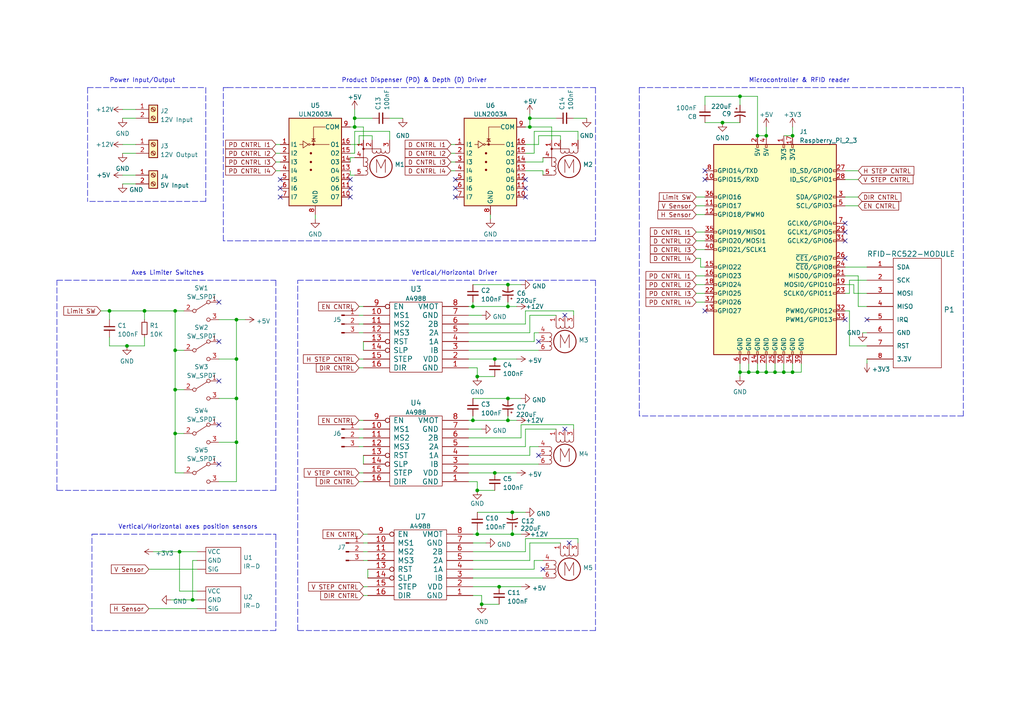
<source format=kicad_sch>
(kicad_sch (version 20211123) (generator eeschema)
  (paper "A4")
  (title_block (title "Vending Machine Control Board") (date "2023") (rev "1") (company "Team Snacks"))
  (lib_symbols
    (symbol "Connector:Conn_01x03_Male" (pin_names (offset 1.016) hide)
      (property "Reference" "J" (at 0 5.08 0))
      (property "Value" "Conn_01x03_Male" (at 0 -5.08 0))
      (symbol "Conn_01x03_Male_1_1"
        (pin passive line (at 5.08 2.54 180) (length 3.81) (name "Pin_1") (number "1"))
        (pin passive line (at 5.08 0 180) (length 3.81) (name "Pin_2") (number "2"))
        (pin passive line (at 5.08 -2.54 180) (length 3.81) (name "Pin_3") (number "3"))
      )
    )
    (symbol "Connector:Raspberry_Pi_2_3" (pin_names (offset 1.016))
      (property "Reference" "J" (at -17.78 31.75 0))
      (property "Value" "Raspberry_Pi_2_3" (at 10.16 -31.75 0))
      (symbol "Raspberry_Pi_2_3_1_1"
        (pin power_in line (at 2.54 33.02 270) (length 2.54) (name "3V3") (number "1"))
        (pin bidirectional line (at -20.32 20.32 0) (length 2.54) (name "GPIO15/RXD") (number "10"))
        (pin bidirectional line (at -20.32 12.7 0) (length 2.54) (name "GPIO17") (number "11"))
        (pin bidirectional line (at -20.32 10.16 0) (length 2.54) (name "GPIO18/PWM0") (number "12"))
        (pin bidirectional line (at -20.32 -17.78 0) (length 2.54) (name "GPIO27") (number "13"))
        (pin power_in line (at -5.08 -33.02 90) (length 2.54) (name "GND") (number "14"))
        (pin bidirectional line (at -20.32 -5.08 0) (length 2.54) (name "GPIO22") (number "15"))
        (pin bidirectional line (at -20.32 -7.62 0) (length 2.54) (name "GPIO23") (number "16"))
        (pin power_in line (at 5.08 33.02 270) (length 2.54) (name "3V3") (number "17"))
        (pin bidirectional line (at -20.32 -10.16 0) (length 2.54) (name "GPIO24") (number "18"))
        (pin bidirectional line (at 20.32 -10.16 180) (length 2.54) (name "MOSI0/GPIO10") (number "19"))
        (pin power_in line (at -5.08 33.02 270) (length 2.54) (name "5V") (number "2"))
        (pin power_in line (at -2.54 -33.02 90) (length 2.54) (name "GND") (number "20"))
        (pin bidirectional line (at 20.32 -7.62 180) (length 2.54) (name "MISO0/GPIO9") (number "21"))
        (pin bidirectional line (at -20.32 -12.7 0) (length 2.54) (name "GPIO25") (number "22"))
        (pin bidirectional line (at 20.32 -12.7 180) (length 2.54) (name "SCLK0/GPIO11") (number "23"))
        (pin bidirectional line (at 20.32 -5.08 180) (length 2.54) (name "~{CE0}/GPIO8") (number "24"))
        (pin power_in line (at 0 -33.02 90) (length 2.54) (name "GND") (number "25"))
        (pin bidirectional line (at 20.32 -2.54 180) (length 2.54) (name "~{CE1}/GPIO7") (number "26"))
        (pin bidirectional line (at 20.32 22.86 180) (length 2.54) (name "ID_SD/GPIO0") (number "27"))
        (pin bidirectional line (at 20.32 20.32 180) (length 2.54) (name "ID_SC/GPIO1") (number "28"))
        (pin bidirectional line (at 20.32 5.08 180) (length 2.54) (name "GCLK1/GPIO5") (number "29"))
        (pin bidirectional line (at 20.32 15.24 180) (length 2.54) (name "SDA/GPIO2") (number "3"))
        (pin power_in line (at 2.54 -33.02 90) (length 2.54) (name "GND") (number "30"))
        (pin bidirectional line (at 20.32 2.54 180) (length 2.54) (name "GCLK2/GPIO6") (number "31"))
        (pin bidirectional line (at 20.32 -17.78 180) (length 2.54) (name "PWM0/GPIO12") (number "32"))
        (pin bidirectional line (at 20.32 -20.32 180) (length 2.54) (name "PWM1/GPIO13") (number "33"))
        (pin power_in line (at 5.08 -33.02 90) (length 2.54) (name "GND") (number "34"))
        (pin bidirectional line (at -20.32 5.08 0) (length 2.54) (name "GPIO19/MISO1") (number "35"))
        (pin bidirectional line (at -20.32 15.24 0) (length 2.54) (name "GPIO16") (number "36"))
        (pin bidirectional line (at -20.32 -15.24 0) (length 2.54) (name "GPIO26") (number "37"))
        (pin bidirectional line (at -20.32 2.54 0) (length 2.54) (name "GPIO20/MOSI1") (number "38"))
        (pin power_in line (at 7.62 -33.02 90) (length 2.54) (name "GND") (number "39"))
        (pin power_in line (at -2.54 33.02 270) (length 2.54) (name "5V") (number "4"))
        (pin bidirectional line (at -20.32 0 0) (length 2.54) (name "GPIO21/SCLK1") (number "40"))
        (pin bidirectional line (at 20.32 12.7 180) (length 2.54) (name "SCL/GPIO3") (number "5"))
        (pin power_in line (at -10.16 -33.02 90) (length 2.54) (name "GND") (number "6"))
        (pin bidirectional line (at 20.32 7.62 180) (length 2.54) (name "GCLK0/GPIO4") (number "7"))
        (pin bidirectional line (at -20.32 22.86 0) (length 2.54) (name "GPIO14/TXD") (number "8"))
        (pin power_in line (at -7.62 -33.02 90) (length 2.54) (name "GND") (number "9"))
      )
    )
    (symbol "Connector:Screw_Terminal_01x02" (pin_names (offset 1.016) hide)
      (property "Reference" "J" (at 0 2.54 0))
      (property "Value" "Screw_Terminal_01x02" (at 0 -5.08 0))
      (symbol "Screw_Terminal_01x02_1_1"
        (pin passive line (at -5.08 0 0) (length 3.81) (name "Pin_1") (number "1"))
        (pin passive line (at -5.08 -2.54 0) (length 3.81) (name "Pin_2") (number "2"))
      )
    )
    (symbol "Device:C_Polarized_Small_US" (pin_numbers hide) (pin_names (offset 0.254) hide)
      (property "Reference" "C" (at 0.254 1.778 0))
      (property "Value" "C_Polarized_Small_US" (at 0.254 -2.032 0))
      (symbol "C_Polarized_Small_US_1_1"
        (pin passive line (at 0 2.54 270) (length 2.032) (name "~") (number "1"))
        (pin passive line (at 0 -2.54 90) (length 2.032) (name "~") (number "2"))
      )
    )
    (symbol "Device:C_Small" (pin_numbers hide) (pin_names (offset 0.254) hide)
      (property "Reference" "C" (at 0.254 1.778 0))
      (property "Value" "C_Small" (at 0.254 -2.032 0))
      (symbol "C_Small_1_1"
        (pin passive line (at 0 2.54 270) (length 2.032) (name "~") (number "1"))
        (pin passive line (at 0 -2.54 90) (length 2.032) (name "~") (number "2"))
      )
    )
    (symbol "Device:R_Small" (pin_numbers hide) (pin_names (offset 0.254) hide)
      (property "Reference" "R" (at 0.762 0.508 0))
      (property "Value" "R_Small" (at 0.762 -1.016 0))
      (symbol "R_Small_1_1"
        (pin passive line (at 0 2.54 270) (length 0.762) (name "~") (number "1"))
        (pin passive line (at 0 -2.54 90) (length 0.762) (name "~") (number "2"))
      )
    )
    (symbol "Motor:Stepper_Motor_unipolar_5pin" (pin_names (offset 0) hide)
      (property "Reference" "M" (at 3.81 2.54 0))
      (property "Value" "Stepper_Motor_unipolar_5pin" (at 3.81 1.27 0))
      (symbol "Stepper_Motor_unipolar_5pin_1_1"
        (pin passive line (at -5.08 7.62 270) (length 2.54) (name "~") (number "1"))
        (pin passive line (at -2.54 7.62 270) (length 2.54) (name "~") (number "2"))
        (pin passive line (at 2.54 7.62 270) (length 2.54) (name "-") (number "3"))
        (pin passive line (at -7.62 2.54 0) (length 2.54) (name "~") (number "4"))
        (pin passive line (at -7.62 -2.54 0) (length 2.54) (name "~") (number "5"))
      )
    )
    (symbol "Motor:Stepper_Motor_unipolar_6pin" (pin_names (offset 0) hide)
      (property "Reference" "M" (at 3.81 2.54 0))
      (property "Value" "Stepper_Motor_unipolar_6pin" (at 3.81 1.27 0))
      (symbol "Stepper_Motor_unipolar_6pin_1_1"
        (pin passive line (at -2.54 7.62 270) (length 2.54) (name "~") (number "1"))
        (pin passive line (at 0 7.62 270) (length 2.54) (name "~") (number "2"))
        (pin passive line (at 2.54 7.62 270) (length 2.54) (name "-") (number "3"))
        (pin passive line (at -7.62 2.54 0) (length 2.54) (name "~") (number "4"))
        (pin passive line (at -7.62 0 0) (length 2.54) (name "~") (number "5"))
        (pin passive line (at -7.62 -2.54 0) (length 2.54) (name "~") (number "6"))
      )
    )
    (symbol "Switch:SW_SPDT" (pin_names (offset 0) hide)
      (property "Reference" "SW" (at 0 4.318 0))
      (property "Value" "SW_SPDT" (at 0 -5.08 0))
      (symbol "SW_SPDT_1_1"
        (pin passive line (at 5.08 2.54 180) (length 2.54) (name "A") (number "1"))
        (pin passive line (at -5.08 0 0) (length 2.54) (name "B") (number "2"))
        (pin passive line (at 5.08 -2.54 180) (length 2.54) (name "C") (number "3"))
      )
    )
    (symbol "Transistor_Array:ULN2003A"
      (property "Reference" "U" (at 0 15.875 0))
      (property "Value" "ULN2003A" (at 0 13.97 0))
      (symbol "ULN2003A_1_1"
        (pin input line (at -10.16 5.08 0) (length 2.54) (name "I1") (number "1"))
        (pin open_collector line (at 10.16 -10.16 180) (length 2.54) (name "O7") (number "10"))
        (pin open_collector line (at 10.16 -7.62 180) (length 2.54) (name "O6") (number "11"))
        (pin open_collector line (at 10.16 -5.08 180) (length 2.54) (name "O5") (number "12"))
        (pin open_collector line (at 10.16 -2.54 180) (length 2.54) (name "O4") (number "13"))
        (pin open_collector line (at 10.16 0 180) (length 2.54) (name "O3") (number "14"))
        (pin open_collector line (at 10.16 2.54 180) (length 2.54) (name "O2") (number "15"))
        (pin open_collector line (at 10.16 5.08 180) (length 2.54) (name "O1") (number "16"))
        (pin input line (at -10.16 2.54 0) (length 2.54) (name "I2") (number "2"))
        (pin input line (at -10.16 0 0) (length 2.54) (name "I3") (number "3"))
        (pin input line (at -10.16 -2.54 0) (length 2.54) (name "I4") (number "4"))
        (pin input line (at -10.16 -5.08 0) (length 2.54) (name "I5") (number "5"))
        (pin input line (at -10.16 -7.62 0) (length 2.54) (name "I6") (number "6"))
        (pin input line (at -10.16 -10.16 0) (length 2.54) (name "I7") (number "7"))
        (pin power_in line (at 0 -15.24 90) (length 2.54) (name "GND") (number "8"))
        (pin passive line (at 10.16 10.16 180) (length 2.54) (name "COM") (number "9"))
      )
    )
    (symbol "custom-librarykicad_sym:IR-D"
      (property "Reference" "U" (at 5.08 2.54 0))
      (property "Value" "IR-D" (at 3.81 -2.54 0))
      (symbol "IR-D_1_1"
        (pin passive line (at -6.35 0 0) (length 2.54) (name "GND") (number ""))
        (pin passive line (at -6.35 -2.54 0) (length 2.54) (name "SIG") (number ""))
        (pin passive line (at -6.35 2.54 0) (length 2.54) (name "VCC") (number ""))
      )
    )
    (symbol "custom-librarykicad_sym:POLOLU_A4988" (pin_names (offset 1.016))
      (property "Reference" "U" (at 0 11.43 0))
      (property "Value" "POLOLU_A4988" (at 7.62 -11.43 0))
      (symbol "POLOLU_A4988_1_1"
        (pin passive line (at 15.24 -8.89 180) (length 7.62) (name "GND") (number "1"))
        (pin passive line (at -15.24 6.35 0) (length 7.62) (name "MS1") (number "10"))
        (pin passive line (at -15.24 3.81 0) (length 7.62) (name "MS2") (number "11"))
        (pin passive line (at -15.24 1.27 0) (length 7.62) (name "MS3") (number "12"))
        (pin passive inverted (at -15.24 -1.27 0) (length 7.62) (name "RST") (number "13"))
        (pin passive inverted (at -15.24 -3.81 0) (length 7.62) (name "SLP") (number "14"))
        (pin passive line (at -15.24 -6.35 0) (length 7.62) (name "STEP") (number "15"))
        (pin passive line (at -15.24 -8.89 0) (length 7.62) (name "DIR") (number "16"))
        (pin passive line (at 15.24 -6.35 180) (length 7.62) (name "VDD") (number "2"))
        (pin passive line (at 15.24 -3.81 180) (length 7.62) (name "IB") (number "3"))
        (pin passive line (at 15.24 -1.27 180) (length 7.62) (name "1A") (number "4"))
        (pin passive line (at 15.24 1.27 180) (length 7.62) (name "2A") (number "5"))
        (pin passive line (at 15.24 3.81 180) (length 7.62) (name "2B") (number "6"))
        (pin passive line (at 15.24 6.35 180) (length 7.62) (name "GND") (number "7"))
        (pin passive line (at 15.24 8.89 180) (length 7.62) (name "VMOT") (number "8"))
        (pin passive inverted (at -15.24 8.89 0) (length 7.62) (name "EN") (number "9"))
      )
    )
    (symbol "custom-librarykicad_sym:RFID-RC522-MODULE" (pin_names (offset 1.016))
      (property "Reference" "P" (at 0 1.27 0))
      (property "Value" "RFID-RC522-MODULE" (at -1.27 3.81 0))
      (symbol "RFID-RC522-MODULE_1_1"
        (pin input line (at -13.97 -13.97 90) (length 7.62) (name "SDA") (number "1"))
        (pin input line (at -10.16 -13.97 90) (length 7.62) (name "SCK") (number "2"))
        (pin input line (at -6.35 -13.97 90) (length 7.62) (name "MOSI") (number "3"))
        (pin input line (at -2.54 -13.97 90) (length 7.62) (name "MISO") (number "4"))
        (pin input line (at 1.27 -13.97 90) (length 7.62) (name "IRQ") (number "5"))
        (pin input line (at 5.08 -13.97 90) (length 7.62) (name "GND") (number "6"))
        (pin input line (at 8.89 -13.97 90) (length 7.62) (name "RST") (number "7"))
        (pin input line (at 12.7 -13.97 90) (length 7.62) (name "3.3V") (number "8"))
      )
    )
    (symbol "power:+12V" (power) (pin_names (offset 0))
      (property "Value" "+12V" (at 0 3.556 0))
      (symbol "+12V_1_1"
        (pin power_in line (at 0 0 90) (length 0) hide (name "+12V") (number "1"))
      )
    )
    (symbol "power:+3.3V" (power) (pin_names (offset 0))
      (property "Value" "+3.3V" (at 0 3.556 0))
      (symbol "+3.3V_1_1"
        (pin power_in line (at 0 0 90) (length 0) hide (name "+3V3") (number "1"))
      )
    )
    (symbol "power:+5V" (power) (pin_names (offset 0))
      (property "Value" "+5V" (at 0 3.556 0))
      (symbol "+5V_1_1"
        (pin power_in line (at 0 0 90) (length 0) hide (name "+5V") (number "1"))
      )
    )
    (symbol "power:GND" (power) (pin_names (offset 0))
      (property "Value" "GND" (at 0 -3.81 0))
      (symbol "GND_1_1"
        (pin power_in line (at 0 0 270) (length 0) hide (name "GND") (number "1"))
      )
    )
  )
  (junction (at 147.32 88.9))
  (junction (at 143.51 104.14))
  (junction (at 50.8 90.17))
  (junction (at 50.8 101.6))
  (junction (at 138.43 142.24))
  (junction (at 147.32 115.57))
  (junction (at 222.25 107.95))
  (junction (at 147.32 82.55))
  (junction (at 153.67 36.83))
  (junction (at 209.55 35.56))
  (junction (at 227.33 107.95))
  (junction (at 229.87 39.37))
  (junction (at 36.83 100.33))
  (junction (at 55.88 173.99))
  (junction (at 68.58 92.71))
  (junction (at 153.67 34.29))
  (junction (at 148.59 154.94))
  (junction (at 102.87 36.83))
  (junction (at 219.71 39.37))
  (junction (at 138.43 154.94))
  (junction (at 214.63 107.95))
  (junction (at 68.58 128.27))
  (junction (at 144.78 170.18))
  (junction (at 52.07 160.02))
  (junction (at 143.51 137.16))
  (junction (at 219.71 107.95))
  (junction (at 50.8 113.03))
  (junction (at 222.25 39.37))
  (junction (at 224.79 107.95))
  (junction (at 50.8 125.73))
  (junction (at 217.17 107.95))
  (junction (at 137.16 88.9))
  (junction (at 229.87 107.95))
  (junction (at 214.63 27.94))
  (junction (at 137.16 121.92))
  (junction (at 148.59 148.59))
  (junction (at 68.58 115.57))
  (junction (at 31.75 90.17))
  (junction (at 41.91 90.17))
  (junction (at 147.32 121.92))
  (junction (at 138.43 109.22))
  (junction (at 68.58 104.14))
  (junction (at 139.7 175.26))
  (junction (at 102.87 34.29))
  (no_connect (at 157.48 165.1))
  (no_connect (at 156.21 99.06))
  (no_connect (at 163.83 91.44))
  (no_connect (at 251.46 92.71))
  (no_connect (at 156.21 132.08))
  (no_connect (at 163.83 124.46))
  (no_connect (at 165.1 157.48))
  (no_connect (at 81.28 54.61))
  (no_connect (at 81.28 57.15))
  (no_connect (at 81.28 52.07))
  (no_connect (at 63.5 99.06))
  (no_connect (at 63.5 87.63))
  (no_connect (at 63.5 110.49))
  (no_connect (at 63.5 123.19))
  (no_connect (at 63.5 134.62))
  (no_connect (at 101.6 54.61))
  (no_connect (at 101.6 57.15))
  (no_connect (at 101.6 52.07))
  (no_connect (at 152.4 57.15))
  (no_connect (at 132.08 52.07))
  (no_connect (at 132.08 54.61))
  (no_connect (at 132.08 57.15))
  (no_connect (at 152.4 54.61))
  (no_connect (at 152.4 52.07))
  (no_connect (at 204.47 49.53))
  (no_connect (at 204.47 52.07))
  (no_connect (at 245.11 92.71))
  (no_connect (at 204.47 90.17))
  (no_connect (at 245.11 67.31))
  (no_connect (at 245.11 64.77))
  (no_connect (at 245.11 74.93))
  (no_connect (at 245.11 69.85))
  (wire (pts (xy 157.48 49.53) (xy 157.48 50.8)))
  (wire (pts (xy 246.38 100.33) (xy 251.46 100.33)))
  (wire (pts (xy 36.83 100.33) (xy 41.91 100.33)))
  (wire (pts (xy 135.89 88.9) (xy 137.16 88.9)))
  (wire (pts (xy 148.59 148.59) (xy 152.4 148.59)))
  (wire (pts (xy 105.41 36.83) (xy 102.87 36.83)))
  (wire (pts (xy 247.65 85.09) (xy 251.46 85.09)))
  (wire (pts (xy 160.02 36.83) (xy 160.02 40.64)))
  (wire (pts (xy 105.41 132.08) (xy 105.41 134.62)))
  (wire (pts (xy 105.41 99.06) (xy 105.41 101.6)))
  (wire (pts (xy 222.25 107.95) (xy 219.71 107.95)))
  (wire (pts (xy 143.51 104.14) (xy 149.86 104.14)))
  (wire (pts (xy 227.33 105.41) (xy 227.33 107.95)))
  (wire (pts (xy 248.92 88.9) (xy 251.46 88.9)))
  (wire (pts (xy 137.16 172.72) (xy 139.7 172.72)))
  (wire (pts (xy 201.93 57.15) (xy 204.47 57.15)))
  (wire (pts (xy 50.8 113.03) (xy 50.8 125.73)))
  (polyline (pts (xy 88.9 81.28) (xy 172.72 81.28)))
  (wire (pts (xy 245.11 59.69) (xy 248.92 59.69)))
  (wire (pts (xy 135.89 134.62) (xy 156.21 134.62)))
  (wire (pts (xy 50.8 101.6) (xy 50.8 113.03)))
  (wire (pts (xy 138.43 106.68) (xy 138.43 109.22)))
  (wire (pts (xy 105.41 162.56) (xy 106.68 162.56)))
  (polyline (pts (xy 80.01 154.94) (xy 80.01 182.88)))
  (wire (pts (xy 135.89 106.68) (xy 138.43 106.68)))
  (wire (pts (xy 31.75 90.17) (xy 41.91 90.17)))
  (wire (pts (xy 167.64 156.21) (xy 167.64 157.48)))
  (wire (pts (xy 50.8 125.73) (xy 50.8 137.16)))
  (polyline (pts (xy 19.05 81.28) (xy 80.01 81.28)))
  (wire (pts (xy 80.01 49.53) (xy 81.28 49.53)))
  (wire (pts (xy 203.2 74.93) (xy 203.2 77.47)))
  (polyline (pts (xy 66.04 25.4) (xy 172.72 25.4)))
  (wire (pts (xy 80.01 46.99) (xy 81.28 46.99)))
  (wire (pts (xy 201.93 59.69) (xy 204.47 59.69)))
  (wire (pts (xy 55.88 173.99) (xy 49.53 173.99)))
  (wire (pts (xy 147.32 87.63) (xy 147.32 88.9)))
  (wire (pts (xy 41.91 92.71) (xy 41.91 90.17)))
  (wire (pts (xy 63.5 115.57) (xy 68.58 115.57)))
  (polyline (pts (xy 26.67 154.94) (xy 80.01 154.94)))
  (wire (pts (xy 104.14 106.68) (xy 105.41 106.68)))
  (wire (pts (xy 41.91 97.79) (xy 41.91 100.33)))
  (wire (pts (xy 104.14 104.14) (xy 105.41 104.14)))
  (wire (pts (xy 137.16 160.02) (xy 152.4 160.02)))
  (wire (pts (xy 229.87 107.95) (xy 227.33 107.95)))
  (wire (pts (xy 222.25 36.83) (xy 222.25 39.37)))
  (wire (pts (xy 55.88 162.56) (xy 55.88 173.99)))
  (wire (pts (xy 138.43 148.59) (xy 148.59 148.59)))
  (wire (pts (xy 153.67 91.44) (xy 161.29 91.44)))
  (wire (pts (xy 214.63 107.95) (xy 214.63 109.22)))
  (wire (pts (xy 35.56 44.45) (xy 39.37 44.45)))
  (wire (pts (xy 135.89 104.14) (xy 143.51 104.14)))
  (wire (pts (xy 137.16 87.63) (xy 137.16 88.9)))
  (wire (pts (xy 135.89 127) (xy 151.13 127)))
  (wire (pts (xy 102.87 31.75) (xy 102.87 34.29)))
  (wire (pts (xy 43.18 176.53) (xy 57.15 176.53)))
  (wire (pts (xy 248.92 80.01) (xy 248.92 88.9)))
  (wire (pts (xy 201.93 72.39) (xy 204.47 72.39)))
  (wire (pts (xy 151.13 123.19) (xy 166.37 123.19)))
  (wire (pts (xy 219.71 27.94) (xy 214.63 27.94)))
  (wire (pts (xy 201.93 74.93) (xy 203.2 74.93)))
  (wire (pts (xy 227.33 107.95) (xy 224.79 107.95)))
  (polyline (pts (xy 64.77 25.4) (xy 66.04 25.4)))
  (wire (pts (xy 101.6 49.53) (xy 101.6 50.8)))
  (wire (pts (xy 113.03 34.29) (xy 116.84 34.29)))
  (wire (pts (xy 80.01 44.45) (xy 81.28 44.45)))
  (polyline (pts (xy 80.01 81.28) (xy 80.01 142.24)))
  (polyline (pts (xy 59.69 25.4) (xy 59.69 58.42)))
  (wire (pts (xy 105.41 40.64) (xy 105.41 36.83)))
  (polyline (pts (xy 64.77 69.85) (xy 64.77 25.4)))
  (wire (pts (xy 152.4 129.54) (xy 152.4 124.46)))
  (wire (pts (xy 68.58 104.14) (xy 68.58 92.71)))
  (wire (pts (xy 152.4 90.17) (xy 166.37 90.17)))
  (wire (pts (xy 229.87 36.83) (xy 229.87 39.37)))
  (wire (pts (xy 204.47 35.56) (xy 209.55 35.56)))
  (wire (pts (xy 41.91 90.17) (xy 50.8 90.17)))
  (wire (pts (xy 201.93 69.85) (xy 204.47 69.85)))
  (wire (pts (xy 246.38 85.09) (xy 246.38 81.28)))
  (wire (pts (xy 246.38 81.28) (xy 251.46 81.28)))
  (wire (pts (xy 138.43 154.94) (xy 148.59 154.94)))
  (wire (pts (xy 201.93 67.31) (xy 204.47 67.31)))
  (wire (pts (xy 135.89 132.08) (xy 153.67 132.08)))
  (wire (pts (xy 138.43 139.7) (xy 138.43 142.24)))
  (wire (pts (xy 137.16 115.57) (xy 147.32 115.57)))
  (wire (pts (xy 214.63 30.48) (xy 214.63 27.94)))
  (wire (pts (xy 53.34 90.17) (xy 50.8 90.17)))
  (wire (pts (xy 105.41 172.72) (xy 106.68 172.72)))
  (wire (pts (xy 232.41 105.41) (xy 232.41 107.95)))
  (wire (pts (xy 35.56 50.8) (xy 39.37 50.8)))
  (polyline (pts (xy 172.72 81.28) (xy 172.72 182.88)))
  (wire (pts (xy 147.32 82.55) (xy 151.13 82.55)))
  (wire (pts (xy 137.16 167.64) (xy 157.48 167.64)))
  (wire (pts (xy 135.89 124.46) (xy 139.7 124.46)))
  (wire (pts (xy 209.55 35.56) (xy 214.63 35.56)))
  (wire (pts (xy 152.4 46.99) (xy 157.48 46.99)))
  (wire (pts (xy 157.48 46.99) (xy 157.48 45.72)))
  (wire (pts (xy 130.81 44.45) (xy 132.08 44.45)))
  (wire (pts (xy 227.33 39.37) (xy 229.87 39.37)))
  (wire (pts (xy 102.87 38.1) (xy 102.87 44.45)))
  (wire (pts (xy 68.58 92.71) (xy 63.5 92.71)))
  (wire (pts (xy 50.8 90.17) (xy 50.8 101.6)))
  (wire (pts (xy 139.7 172.72) (xy 139.7 175.26)))
  (wire (pts (xy 31.75 100.33) (xy 36.83 100.33)))
  (wire (pts (xy 104.14 91.44) (xy 105.41 91.44)))
  (wire (pts (xy 219.71 105.41) (xy 219.71 107.95)))
  (wire (pts (xy 135.89 96.52) (xy 153.67 96.52)))
  (polyline (pts (xy 172.72 25.4) (xy 172.72 69.85)))
  (wire (pts (xy 102.87 45.72) (xy 101.6 45.72)))
  (wire (pts (xy 107.95 40.64) (xy 107.95 39.37)))
  (wire (pts (xy 35.56 34.29) (xy 39.37 34.29)))
  (wire (pts (xy 137.16 157.48) (xy 140.97 157.48)))
  (wire (pts (xy 245.11 52.07) (xy 248.92 52.07)))
  (wire (pts (xy 35.56 31.75) (xy 39.37 31.75)))
  (polyline (pts (xy 59.69 58.42) (xy 25.4 58.42)))
  (wire (pts (xy 217.17 105.41) (xy 217.17 107.95)))
  (wire (pts (xy 162.56 39.37) (xy 156.21 39.37)))
  (wire (pts (xy 152.4 160.02) (xy 152.4 156.21)))
  (wire (pts (xy 156.21 39.37) (xy 156.21 41.91)))
  (wire (pts (xy 201.93 62.23) (xy 204.47 62.23)))
  (wire (pts (xy 245.11 82.55) (xy 247.65 82.55)))
  (wire (pts (xy 106.68 165.1) (xy 106.68 167.64)))
  (wire (pts (xy 201.93 80.01) (xy 204.47 80.01)))
  (wire (pts (xy 245.11 49.53) (xy 248.92 49.53)))
  (wire (pts (xy 143.51 137.16) (xy 149.86 137.16)))
  (wire (pts (xy 101.6 45.72) (xy 101.6 46.99)))
  (wire (pts (xy 105.41 154.94) (xy 106.68 154.94)))
  (wire (pts (xy 102.87 44.45) (xy 101.6 44.45)))
  (wire (pts (xy 166.37 123.19) (xy 166.37 124.46)))
  (wire (pts (xy 151.13 127) (xy 151.13 123.19)))
  (wire (pts (xy 154.94 165.1) (xy 154.94 162.56)))
  (wire (pts (xy 113.03 40.64) (xy 113.03 38.1)))
  (wire (pts (xy 135.89 137.16) (xy 143.51 137.16)))
  (wire (pts (xy 154.94 38.1) (xy 154.94 44.45)))
  (polyline (pts (xy 25.4 25.4) (xy 25.4 58.42)))
  (wire (pts (xy 166.37 34.29) (xy 170.18 34.29)))
  (wire (pts (xy 154.94 162.56) (xy 157.48 162.56)))
  (wire (pts (xy 153.67 96.52) (xy 153.67 91.44)))
  (wire (pts (xy 113.03 38.1) (xy 102.87 38.1)))
  (wire (pts (xy 152.4 124.46) (xy 161.29 124.46)))
  (wire (pts (xy 232.41 107.95) (xy 229.87 107.95)))
  (wire (pts (xy 104.14 127) (xy 105.41 127)))
  (wire (pts (xy 137.16 154.94) (xy 138.43 154.94)))
  (wire (pts (xy 50.8 101.6) (xy 53.34 101.6)))
  (wire (pts (xy 219.71 39.37) (xy 222.25 39.37)))
  (wire (pts (xy 162.56 40.64) (xy 162.56 39.37)))
  (wire (pts (xy 135.89 93.98) (xy 152.4 93.98)))
  (polyline (pts (xy 86.36 81.28) (xy 88.9 81.28)))
  (wire (pts (xy 138.43 153.67) (xy 138.43 154.94)))
  (wire (pts (xy 68.58 92.71) (xy 71.12 92.71)))
  (wire (pts (xy 201.93 82.55) (xy 204.47 82.55)))
  (wire (pts (xy 201.93 85.09) (xy 204.47 85.09)))
  (wire (pts (xy 153.67 33.02) (xy 153.67 34.29)))
  (wire (pts (xy 137.16 162.56) (xy 153.67 162.56)))
  (wire (pts (xy 63.5 139.7) (xy 68.58 139.7)))
  (polyline (pts (xy 25.4 25.4) (xy 59.69 25.4)))
  (wire (pts (xy 137.16 120.65) (xy 137.16 121.92)))
  (wire (pts (xy 130.81 46.99) (xy 132.08 46.99)))
  (polyline (pts (xy 26.67 154.94) (xy 31.75 154.94)))
  (wire (pts (xy 153.67 129.54) (xy 156.21 129.54)))
  (wire (pts (xy 153.67 132.08) (xy 153.67 129.54)))
  (polyline (pts (xy 185.42 25.4) (xy 185.42 120.65)))
  (wire (pts (xy 104.14 139.7) (xy 105.41 139.7)))
  (wire (pts (xy 166.37 90.17) (xy 166.37 91.44)))
  (wire (pts (xy 152.4 36.83) (xy 153.67 36.83)))
  (wire (pts (xy 154.94 96.52) (xy 156.21 96.52)))
  (wire (pts (xy 245.11 77.47) (xy 251.46 77.47)))
  (wire (pts (xy 63.5 104.14) (xy 68.58 104.14)))
  (wire (pts (xy 152.4 49.53) (xy 157.48 49.53)))
  (wire (pts (xy 147.32 121.92) (xy 149.86 121.92)))
  (wire (pts (xy 201.93 87.63) (xy 204.47 87.63)))
  (polyline (pts (xy 185.42 25.4) (xy 279.4 25.4)))
  (wire (pts (xy 138.43 142.24) (xy 143.51 142.24)))
  (wire (pts (xy 105.41 170.18) (xy 106.68 170.18)))
  (polyline (pts (xy 80.01 142.24) (xy 16.51 142.24)))
  (wire (pts (xy 167.64 38.1) (xy 154.94 38.1)))
  (wire (pts (xy 135.89 99.06) (xy 154.94 99.06)))
  (wire (pts (xy 153.67 162.56) (xy 153.67 157.48)))
  (wire (pts (xy 68.58 128.27) (xy 68.58 115.57)))
  (wire (pts (xy 101.6 50.8) (xy 102.87 50.8)))
  (wire (pts (xy 144.78 170.18) (xy 151.13 170.18)))
  (wire (pts (xy 154.94 44.45) (xy 152.4 44.45)))
  (wire (pts (xy 204.47 27.94) (xy 214.63 27.94)))
  (wire (pts (xy 245.11 85.09) (xy 246.38 85.09)))
  (wire (pts (xy 104.14 96.52) (xy 105.41 96.52)))
  (wire (pts (xy 147.32 120.65) (xy 147.32 121.92)))
  (wire (pts (xy 104.14 93.98) (xy 105.41 93.98)))
  (wire (pts (xy 217.17 107.95) (xy 219.71 107.95)))
  (wire (pts (xy 135.89 121.92) (xy 137.16 121.92)))
  (wire (pts (xy 101.6 41.91) (xy 104.14 41.91)))
  (wire (pts (xy 104.14 124.46) (xy 105.41 124.46)))
  (wire (pts (xy 153.67 34.29) (xy 161.29 34.29)))
  (wire (pts (xy 50.8 113.03) (xy 53.34 113.03)))
  (wire (pts (xy 135.89 101.6) (xy 156.21 101.6)))
  (wire (pts (xy 245.11 57.15) (xy 248.92 57.15)))
  (wire (pts (xy 135.89 129.54) (xy 152.4 129.54)))
  (wire (pts (xy 63.5 128.27) (xy 68.58 128.27)))
  (wire (pts (xy 35.56 41.91) (xy 39.37 41.91)))
  (wire (pts (xy 138.43 109.22) (xy 143.51 109.22)))
  (wire (pts (xy 50.8 125.73) (xy 53.34 125.73)))
  (wire (pts (xy 154.94 99.06) (xy 154.94 96.52)))
  (wire (pts (xy 246.38 100.33) (xy 246.38 90.17)))
  (wire (pts (xy 250.19 96.52) (xy 251.46 96.52)))
  (wire (pts (xy 204.47 30.48) (xy 204.47 27.94)))
  (wire (pts (xy 222.25 105.41) (xy 222.25 107.95)))
  (wire (pts (xy 152.4 41.91) (xy 156.21 41.91)))
  (wire (pts (xy 130.81 49.53) (xy 132.08 49.53)))
  (wire (pts (xy 102.87 34.29) (xy 102.87 36.83)))
  (wire (pts (xy 251.46 104.14) (xy 251.46 105.41)))
  (wire (pts (xy 130.81 41.91) (xy 132.08 41.91)))
  (wire (pts (xy 102.87 34.29) (xy 107.95 34.29)))
  (wire (pts (xy 137.16 88.9) (xy 147.32 88.9)))
  (wire (pts (xy 52.07 171.45) (xy 57.15 171.45)))
  (wire (pts (xy 80.01 41.91) (xy 81.28 41.91)))
  (wire (pts (xy 148.59 153.67) (xy 148.59 154.94)))
  (wire (pts (xy 167.64 40.64) (xy 167.64 38.1)))
  (wire (pts (xy 105.41 157.48) (xy 106.68 157.48)))
  (wire (pts (xy 35.56 53.34) (xy 39.37 53.34)))
  (wire (pts (xy 102.87 36.83) (xy 101.6 36.83)))
  (wire (pts (xy 68.58 139.7) (xy 68.58 128.27)))
  (wire (pts (xy 57.15 162.56) (xy 55.88 162.56)))
  (wire (pts (xy 224.79 107.95) (xy 222.25 107.95)))
  (wire (pts (xy 219.71 27.94) (xy 219.71 39.37)))
  (wire (pts (xy 104.14 129.54) (xy 105.41 129.54)))
  (wire (pts (xy 104.14 39.37) (xy 104.14 41.91)))
  (wire (pts (xy 153.67 36.83) (xy 160.02 36.83)))
  (wire (pts (xy 139.7 175.26) (xy 144.78 175.26)))
  (polyline (pts (xy 16.51 81.28) (xy 19.05 81.28)))
  (wire (pts (xy 104.14 88.9) (xy 105.41 88.9)))
  (wire (pts (xy 152.4 156.21) (xy 167.64 156.21)))
  (wire (pts (xy 203.2 77.47) (xy 204.47 77.47)))
  (wire (pts (xy 147.32 115.57) (xy 151.13 115.57)))
  (wire (pts (xy 135.89 91.44) (xy 139.7 91.44)))
  (polyline (pts (xy 279.4 25.4) (xy 279.4 120.65)))
  (wire (pts (xy 142.24 62.23) (xy 142.24 63.5)))
  (polyline (pts (xy 279.4 120.65) (xy 185.42 120.65)))
  (wire (pts (xy 107.95 39.37) (xy 104.14 39.37)))
  (wire (pts (xy 50.8 137.16) (xy 53.34 137.16)))
  (wire (pts (xy 247.65 82.55) (xy 247.65 85.09)))
  (wire (pts (xy 153.67 157.48) (xy 162.56 157.48)))
  (wire (pts (xy 153.67 34.29) (xy 153.67 36.83)))
  (wire (pts (xy 52.07 160.02) (xy 52.07 171.45)))
  (wire (pts (xy 229.87 105.41) (xy 229.87 107.95)))
  (polyline (pts (xy 26.67 182.88) (xy 26.67 154.94)))
  (polyline (pts (xy 86.36 182.88) (xy 86.36 81.28)))
  (polyline (pts (xy 80.01 182.88) (xy 26.67 182.88)))
  (wire (pts (xy 135.89 139.7) (xy 138.43 139.7)))
  (wire (pts (xy 246.38 90.17) (xy 245.11 90.17)))
  (wire (pts (xy 224.79 105.41) (xy 224.79 107.95)))
  (polyline (pts (xy 172.72 69.85) (xy 64.77 69.85)))
  (wire (pts (xy 104.14 137.16) (xy 105.41 137.16)))
  (wire (pts (xy 214.63 107.95) (xy 217.17 107.95)))
  (wire (pts (xy 29.21 90.17) (xy 31.75 90.17)))
  (wire (pts (xy 147.32 88.9) (xy 149.86 88.9)))
  (wire (pts (xy 31.75 97.79) (xy 31.75 100.33)))
  (wire (pts (xy 91.44 62.23) (xy 91.44 63.5)))
  (wire (pts (xy 137.16 165.1) (xy 154.94 165.1)))
  (wire (pts (xy 137.16 121.92) (xy 147.32 121.92)))
  (wire (pts (xy 31.75 92.71) (xy 31.75 90.17)))
  (wire (pts (xy 55.88 173.99) (xy 57.15 173.99)))
  (wire (pts (xy 245.11 80.01) (xy 248.92 80.01)))
  (wire (pts (xy 137.16 82.55) (xy 147.32 82.55)))
  (wire (pts (xy 57.15 160.02) (xy 52.07 160.02)))
  (polyline (pts (xy 16.51 142.24) (xy 16.51 81.28)))
  (wire (pts (xy 152.4 93.98) (xy 152.4 90.17)))
  (polyline (pts (xy 172.72 182.88) (xy 86.36 182.88)))
  (wire (pts (xy 148.59 154.94) (xy 151.13 154.94)))
  (wire (pts (xy 104.14 121.92) (xy 105.41 121.92)))
  (wire (pts (xy 68.58 115.57) (xy 68.58 104.14)))
  (wire (pts (xy 52.07 160.02) (xy 44.45 160.02)))
  (wire (pts (xy 43.18 165.1) (xy 57.15 165.1)))
  (wire (pts (xy 214.63 105.41) (xy 214.63 107.95)))
  (wire (pts (xy 137.16 170.18) (xy 144.78 170.18)))
  (wire (pts (xy 105.41 160.02) (xy 106.68 160.02)))
  (text "Vertical/Horizontal Driver" (at 119.38 80.01 0) (effects (font (size 1.27 1.27)) (justify left bottom)))
  (text "Vertical/Horizontal axes position sensors" (at 34.29 153.67 0) (effects (font (size 1.27 1.27)) (justify left bottom)))
  (text "Microcontroller & RFID reader" (at 217.17 24.13 0) (effects (font (size 1.27 1.27)) (justify left bottom)))
  (text "Power Input/Output" (at 31.75 24.13 0) (effects (font (size 1.27 1.27)) (justify left bottom)))
  (text "Product Dispenser (PD) & Depth (D) Driver" (at 99.06 24.13 0) (effects (font (size 1.27 1.27)) (justify left bottom)))
  (text "Axes Limiter Switches" (at 38.1 80.01 0) (effects (font (size 1.27 1.27)) (justify left bottom)))
  (global_label "EN CNTRL" (shape input) (at 104.14 121.92 180) (property "Intersheet References" "${INTERSHEET_REFS}" (effects hide)))
  (global_label "PD CNTRL I3" (shape input) (at 80.01 46.99 180) (property "Intersheet References" "${INTERSHEET_REFS}" (effects hide)))
  (global_label "H STEP CNTRL" (shape input) (at 248.92 49.53 0) (property "Intersheet References" "${INTERSHEET_REFS}" (effects hide)))
  (global_label "PD CNTRL I3" (shape input) (at 201.93 85.09 180) (property "Intersheet References" "${INTERSHEET_REFS}" (effects hide)))
  (global_label "V STEP CNTRL" (shape input) (at 105.41 170.18 180) (property "Intersheet References" "${INTERSHEET_REFS}" (effects hide)))
  (global_label "EN CNTRL" (shape input) (at 105.41 154.94 180) (property "Intersheet References" "${INTERSHEET_REFS}" (effects hide)))
  (global_label "V STEP CNTRL" (shape input) (at 248.92 52.07 0) (property "Intersheet References" "${INTERSHEET_REFS}" (effects hide)))
  (global_label "V Sensor" (shape input) (at 43.18 165.1 180) (property "Intersheet References" "${INTERSHEET_REFS}" (effects hide)))
  (global_label "PD CNTRL I1" (shape input) (at 80.01 41.91 180) (property "Intersheet References" "${INTERSHEET_REFS}" (effects hide)))
  (global_label "D CNTRL I3" (shape input) (at 130.81 46.99 180) (property "Intersheet References" "${INTERSHEET_REFS}" (effects hide)))
  (global_label "D CNTRL I1" (shape input) (at 201.93 67.31 180) (property "Intersheet References" "${INTERSHEET_REFS}" (effects hide)))
  (global_label "PD CNTRL I1" (shape input) (at 201.93 80.01 180) (property "Intersheet References" "${INTERSHEET_REFS}" (effects hide)))
  (global_label "D CNTRL I2" (shape input) (at 130.81 44.45 180) (property "Intersheet References" "${INTERSHEET_REFS}" (effects hide)))
  (global_label "PD CNTRL I4" (shape input) (at 80.01 49.53 180) (property "Intersheet References" "${INTERSHEET_REFS}" (effects hide)))
  (global_label "EN CNTRL" (shape input) (at 104.14 88.9 180) (property "Intersheet References" "${INTERSHEET_REFS}" (effects hide)))
  (global_label "V STEP CNTRL" (shape input) (at 104.14 137.16 180) (property "Intersheet References" "${INTERSHEET_REFS}" (effects hide)))
  (global_label "D CNTRL I3" (shape input) (at 201.93 72.39 180) (property "Intersheet References" "${INTERSHEET_REFS}" (effects hide)))
  (global_label "DIR CNTRL" (shape input) (at 248.92 57.15 0) (property "Intersheet References" "${INTERSHEET_REFS}" (effects hide)))
  (global_label "D CNTRL I4" (shape input) (at 130.81 49.53 180) (property "Intersheet References" "${INTERSHEET_REFS}" (effects hide)))
  (global_label "Limit SW" (shape input) (at 201.93 57.15 180) (property "Intersheet References" "${INTERSHEET_REFS}" (effects hide)))
  (global_label "DIR CNTRL" (shape input) (at 104.14 106.68 180) (property "Intersheet References" "${INTERSHEET_REFS}" (effects hide)))
  (global_label "DIR CNTRL" (shape input) (at 104.14 139.7 180) (property "Intersheet References" "${INTERSHEET_REFS}" (effects hide)))
  (global_label "H Sensor" (shape input) (at 201.93 62.23 180) (property "Intersheet References" "${INTERSHEET_REFS}" (effects hide)))
  (global_label "H STEP CNTRL" (shape input) (at 104.14 104.14 180) (property "Intersheet References" "${INTERSHEET_REFS}" (effects hide)))
  (global_label "D CNTRL I1" (shape input) (at 130.81 41.91 180) (property "Intersheet References" "${INTERSHEET_REFS}" (effects hide)))
  (global_label "D CNTRL I4" (shape input) (at 201.93 74.93 180) (property "Intersheet References" "${INTERSHEET_REFS}" (effects hide)))
  (global_label "Limit SW" (shape input) (at 29.21 90.17 180) (property "Intersheet References" "${INTERSHEET_REFS}" (effects hide)))
  (global_label "PD CNTRL I2" (shape input) (at 201.93 82.55 180) (property "Intersheet References" "${INTERSHEET_REFS}" (effects hide)))
  (global_label "D CNTRL I2" (shape input) (at 201.93 69.85 180) (property "Intersheet References" "${INTERSHEET_REFS}" (effects hide)))
  (global_label "EN CNTRL" (shape input) (at 248.92 59.69 0) (property "Intersheet References" "${INTERSHEET_REFS}" (effects hide)))
  (global_label "H Sensor" (shape input) (at 43.18 176.53 180) (property "Intersheet References" "${INTERSHEET_REFS}" (effects hide)))
  (global_label "V Sensor" (shape input) (at 201.93 59.69 180) (property "Intersheet References" "${INTERSHEET_REFS}" (effects hide)))
  (global_label "PD CNTRL I2" (shape input) (at 80.01 44.45 180) (property "Intersheet References" "${INTERSHEET_REFS}" (effects hide)))
  (global_label "DIR CNTRL" (shape input) (at 105.41 172.72 180) (property "Intersheet References" "${INTERSHEET_REFS}" (effects hide)))
  (global_label "PD CNTRL I4" (shape input) (at 201.93 87.63 180) (property "Intersheet References" "${INTERSHEET_REFS}" (effects hide)))
  (symbol (lib_id "Device:C_Small") (at 163.83 34.29 90) (unit 1)
    (property "Reference" "C14" (at 163.0016 31.9659 0) (effects (justify left)))
    (property "Value" "100nF" (at 165.5385 31.9659 0) (effects (justify left)))
    (property "Footprint" "Capacitor_THT:C_Disc_D6.0mm_W4.4mm_P5.00mm" (effects hide))
  )
  (symbol (lib_id "power:GND") (at 250.19 96.52 0) (unit 1)
    (property "Reference" "#PWR0104" (effects hide))
    (property "Value" "GND" (at 247.65 96.52 0))
  )
  (symbol (lib_id "custom-librarykicad_sym:IR-D") (at 63.5 162.56 0) (unit 1)
    (property "Reference" "U1" (at 70.5612 161.7253 0) (effects (justify left)))
    (property "Value" "IR-D" (at 70.5612 164.2622 0) (effects (justify left)))
    (property "Footprint" "TerminalBlock:TerminalBlock_bornier-3_P5.08mm" (effects hide))
  )
  (symbol (lib_id "power:GND") (at 35.56 44.45 0) (unit 1)
    (property "Reference" "#PWR0133" (effects hide))
    (property "Value" "GND" (at 35.56 48.8934 0))
  )
  (symbol (lib_id "Motor:Stepper_Motor_unipolar_5pin") (at 165.1 48.26 0) (unit 1)
    (property "Reference" "M2" (at 169.1132 47.7159 0) (effects (justify left)))
    (property "Value" "Stepper_Motor_unipolar_5pin" (effects hide))
    (property "Footprint" "TerminalBlock:TerminalBlock_bornier-6_P5.08mm" (effects hide))
    (property "Datasheet" "http://www.infineon.com/dgdl/Application-Note-TLE8110EE_driving_UniPolarStepperMotor_V1.1.pdf?fileId=db3a30431be39b97011be5d0aa0a00b0" (effects hide))
  )
  (symbol (lib_id "Switch:SW_SPDT") (at 58.42 90.17 0) (unit 1)
    (property "Reference" "SW1" (at 58.42 83.5492 0))
    (property "Value" "SW_SPDT" (at 58.42 86.0861 0))
    (property "Footprint" "TerminalBlock:TerminalBlock_bornier-3_P5.08mm" (effects hide))
  )
  (symbol (lib_id "power:GND") (at 139.7 175.26 0) (unit 1)
    (property "Reference" "#PWR0124" (effects hide))
    (property "Value" "GND" (at 139.7 180.34 0))
  )
  (symbol (lib_id "power:+3.3V") (at 44.45 160.02 90) (unit 1)
    (property "Reference" "#PWR0122" (effects hide))
    (property "Value" "+3.3V" (at 45.085 160.4538 90) (effects (justify right)))
  )
  (symbol (lib_id "Switch:SW_SPDT") (at 58.42 113.03 0) (unit 1)
    (property "Reference" "SW3" (at 58.42 106.4092 0))
    (property "Value" "SW_SPDT" (at 58.42 108.9461 0))
    (property "Footprint" "TerminalBlock:TerminalBlock_bornier-3_P5.08mm" (effects hide))
  )
  (symbol (lib_id "power:+5V") (at 35.56 50.8 90) (unit 1)
    (property "Reference" "#PWR0131" (effects hide))
    (property "Value" "+5V" (at 27.94 50.8 90) (effects (justify right)))
  )
  (symbol (lib_id "Device:C_Small") (at 137.16 118.11 0) (unit 1)
    (property "Reference" "C3" (at 139.4841 117.2816 0) (effects (justify left)))
    (property "Value" "100nF" (at 139.4841 119.8185 0) (effects (justify left)))
    (property "Footprint" "Capacitor_THT:C_Disc_D6.0mm_W4.4mm_P5.00mm" (effects hide))
  )
  (symbol (lib_id "power:GND") (at 140.97 157.48 90) (unit 1)
    (property "Reference" "#PWR0128" (effects hide))
    (property "Value" "GND" (at 144.145 157.9138 90) (effects (justify right)))
  )
  (symbol (lib_id "Device:C_Small") (at 204.47 33.02 180) (unit 1)
    (property "Reference" "C8" (at 202.1459 33.8484 0) (effects (justify left)))
    (property "Value" "100nF" (at 202.1459 31.3115 0) (effects (justify left)))
    (property "Footprint" "Capacitor_THT:C_Disc_D6.0mm_W4.4mm_P5.00mm" (effects hide))
  )
  (symbol (lib_id "power:GND") (at 35.56 34.29 0) (unit 1)
    (property "Reference" "#PWR0130" (effects hide))
    (property "Value" "GND" (at 35.56 38.7334 0))
  )
  (symbol (lib_id "power:+5V") (at 71.12 92.71 270) (unit 1)
    (property "Reference" "#PWR0112" (effects hide))
    (property "Value" "+5V" (at 74.295 93.1438 90) (effects (justify left)))
  )
  (symbol (lib_id "power:GND") (at 138.43 109.22 0) (unit 1)
    (property "Reference" "#PWR0107" (effects hide))
    (property "Value" "GND" (at 138.43 113.6634 0))
  )
  (symbol (lib_id "power:GND") (at 152.4 148.59 90) (unit 1)
    (property "Reference" "#PWR0126" (effects hide))
    (property "Value" "GND" (at 155.575 149.0238 90) (effects (justify right)))
  )
  (symbol (lib_id "power:+5V") (at 149.86 104.14 270) (unit 1)
    (property "Reference" "#PWR0106" (effects hide))
    (property "Value" "+5V" (at 153.035 104.5738 90) (effects (justify left)))
  )
  (symbol (lib_id "power:+12V") (at 149.86 121.92 270) (unit 1)
    (property "Reference" "#PWR0113" (effects hide))
    (property "Value" "+12V" (at 152.4 121.92 90) (effects (justify left)))
  )
  (symbol (lib_id "power:+5V") (at 149.86 137.16 270) (unit 1)
    (property "Reference" "#PWR0121" (effects hide))
    (property "Value" "+5V" (at 153.035 137.5938 90) (effects (justify left)))
  )
  (symbol (lib_id "power:GND") (at 170.18 34.29 0) (unit 1)
    (property "Reference" "#PWR02" (effects hide))
    (property "Value" "GND" (at 170.18 39.37 0))
  )
  (symbol (lib_id "Device:C_Small") (at 143.51 106.68 0) (unit 1)
    (property "Reference" "C4" (at 145.8341 105.8516 0) (effects (justify left)))
    (property "Value" "100nF" (at 145.8341 108.3885 0) (effects (justify left)))
    (property "Footprint" "Capacitor_THT:C_Disc_D6.0mm_W4.4mm_P5.00mm" (effects hide))
  )
  (symbol (lib_id "power:+5V") (at 102.87 31.75 0) (unit 1)
    (property "Reference" "#PWR0117" (effects hide))
    (property "Value" "+5V" (at 102.87 28.1742 0))
  )
  (symbol (lib_id "Connector:Raspberry_Pi_2_3") (at 224.79 72.39 0) (unit 1)
    (property "Reference" "J1" (at 231.8894 38.2102 0) (effects (justify left)))
    (property "Value" "Raspberry_Pi_2_3" (at 231.8894 40.7471 0) (effects (justify left)))
    (property "Footprint" "Connector_PinHeader_2.54mm:PinHeader_2x20_P2.54mm_Vertical" (effects hide))
    (property "Datasheet" "https://www.raspberrypi.org/documentation/hardware/raspberrypi/schematics/rpi_SCH_3bplus_1p0_reduced.pdf" (effects hide))
  )
  (symbol (lib_id "Device:C_Small") (at 110.49 34.29 90) (unit 1)
    (property "Reference" "C13" (at 109.6616 31.9659 0) (effects (justify left)))
    (property "Value" "100nF" (at 112.1985 31.9659 0) (effects (justify left)))
    (property "Footprint" "Capacitor_THT:C_Disc_D6.0mm_W4.4mm_P5.00mm" (effects hide))
  )
  (symbol (lib_id "Switch:SW_SPDT") (at 58.42 125.73 0) (unit 1)
    (property "Reference" "SW4" (at 58.42 119.1092 0))
    (property "Value" "SW_SPDT" (at 58.42 121.6461 0))
    (property "Footprint" "TerminalBlock:TerminalBlock_bornier-3_P5.08mm" (effects hide))
  )
  (symbol (lib_id "Switch:SW_SPDT") (at 58.42 101.6 0) (unit 1)
    (property "Reference" "SW2" (at 58.42 94.9792 0))
    (property "Value" "SW_SPDT" (at 58.42 97.5161 0))
    (property "Footprint" "TerminalBlock:TerminalBlock_bornier-3_P5.08mm" (effects hide))
  )
  (symbol (lib_id "Motor:Stepper_Motor_unipolar_5pin") (at 110.49 48.26 0) (unit 1)
    (property "Reference" "M1" (at 114.5032 47.7159 0) (effects (justify left)))
    (property "Value" "Stepper_Motor_unipolar_5pin" (effects hide))
    (property "Footprint" "TerminalBlock:TerminalBlock_bornier-6_P5.08mm" (effects hide))
    (property "Datasheet" "http://www.infineon.com/dgdl/Application-Note-TLE8110EE_driving_UniPolarStepperMotor_V1.1.pdf?fileId=db3a30431be39b97011be5d0aa0a00b0" (effects hide))
  )
  (symbol (lib_id "Device:C_Polarized_Small_US") (at 148.59 151.13 180) (unit 1)
    (property "Reference" "C12" (at 151.13 151.13 0) (effects (justify right)))
    (property "Value" "220uF" (at 150.9014 153.264 0) (effects (justify right)))
    (property "Footprint" "Capacitor_THT:CP_Radial_D8.0mm_P3.80mm" (effects hide))
  )
  (symbol (lib_id "Device:R_Small") (at 41.91 95.25 0) (unit 1)
    (property "Reference" "R1" (at 43.4086 94.4153 0) (effects (justify left)))
    (property "Value" "10K" (at 43.4086 96.9522 0) (effects (justify left)))
    (property "Footprint" "Resistor_THT:R_Box_L14.0mm_W5.0mm_P9.00mm" (effects hide))
  )
  (symbol (lib_id "Motor:Stepper_Motor_unipolar_6pin") (at 163.83 132.08 0) (unit 1)
    (property "Reference" "M4" (at 167.8432 131.6629 0) (effects (justify left)))
    (property "Value" "Stepper_Motor_unipolar_6pin" (effects hide))
    (property "Footprint" "TerminalBlock:TerminalBlock_bornier-6_P5.08mm" (effects hide))
    (property "Datasheet" "http://www.infineon.com/dgdl/Application-Note-TLE8110EE_driving_UniPolarStepperMotor_V1.1.pdf?fileId=db3a30431be39b97011be5d0aa0a00b0" (effects hide))
  )
  (symbol (lib_id "power:GND") (at 49.53 173.99 270) (unit 1)
    (property "Reference" "#PWR0123" (effects hide))
    (property "Value" "GND" (at 50.165 174.4238 90) (effects (justify left)))
  )
  (symbol (lib_id "power:GND") (at 116.84 34.29 0) (unit 1)
    (property "Reference" "#PWR01" (effects hide))
    (property "Value" "GND" (at 116.84 39.37 0))
  )
  (symbol (lib_id "custom-librarykicad_sym:POLOLU_A4988") (at 121.92 163.83 0) (unit 1)
    (property "Reference" "U7" (at 121.92 149.8691 0) (effects (font (size 1.524 1.524))))
    (property "Value" "A4988" (at 121.92 152.6342 0))
    (property "Footprint" "custom-footprint-library:Pololu_A4988" (effects hide))
  )
  (symbol (lib_id "Motor:Stepper_Motor_unipolar_6pin") (at 165.1 165.1 0) (unit 1)
    (property "Reference" "M5" (at 169.1132 164.6829 0) (effects (justify left)))
    (property "Value" "Stepper_Motor_unipolar_6pin" (effects hide))
    (property "Footprint" "TerminalBlock:TerminalBlock_bornier-6_P5.08mm" (effects hide))
    (property "Datasheet" "http://www.infineon.com/dgdl/Application-Note-TLE8110EE_driving_UniPolarStepperMotor_V1.1.pdf?fileId=db3a30431be39b97011be5d0aa0a00b0" (effects hide))
  )
  (symbol (lib_id "custom-librarykicad_sym:RFID-RC522-MODULE") (at 265.43 91.44 270) (unit 1)
    (property "Reference" "P1" (at 273.685 89.8288 90) (effects (font (size 1.524 1.524)) (justify left)))
    (property "Value" "RFID-RC522-MODULE" (at 251.46 73.66 90) (effects (font (size 1.524 1.524)) (justify left)))
    (property "Footprint" "Connector_PinSocket_2.54mm:PinSocket_1x08_P2.54mm_Vertical" (effects hide))
  )
  (symbol (lib_id "Connector:Screw_Terminal_01x02") (at 44.45 41.91 0) (unit 1)
    (property "Reference" "J3" (at 46.482 42.3453 0) (effects (justify left)))
    (property "Value" "12V Output" (at 46.482 44.8822 0) (effects (justify left)))
    (property "Footprint" "TerminalBlock:TerminalBlock_bornier-2_P5.08mm" (effects hide))
  )
  (symbol (lib_id "Connector:Screw_Terminal_01x02") (at 44.45 31.75 0) (unit 1)
    (property "Reference" "J2" (at 46.482 32.1853 0) (effects (justify left)))
    (property "Value" "12V Input" (at 46.482 34.7222 0) (effects (justify left)))
    (property "Footprint" "TerminalBlock:TerminalBlock_bornier-2_P5.08mm" (effects hide))
  )
  (symbol (lib_id "Connector:Screw_Terminal_01x02") (at 44.45 50.8 0) (unit 1)
    (property "Reference" "J4" (at 46.482 51.2353 0) (effects (justify left)))
    (property "Value" "5V Input" (at 46.482 53.7722 0) (effects (justify left)))
    (property "Footprint" "TerminalBlock:TerminalBlock_bornier-2_P5.08mm" (effects hide))
  )
  (symbol (lib_id "Device:C_Small") (at 143.51 139.7 0) (unit 1)
    (property "Reference" "C5" (at 145.8341 138.8716 0) (effects (justify left)))
    (property "Value" "100nF" (at 145.8341 141.4085 0) (effects (justify left)))
    (property "Footprint" "Capacitor_THT:C_Disc_D6.0mm_W4.4mm_P5.00mm" (effects hide))
  )
  (symbol (lib_id "custom-librarykicad_sym:IR-D") (at 63.5 173.99 0) (unit 1)
    (property "Reference" "U2" (at 70.5612 173.1553 0) (effects (justify left)))
    (property "Value" "IR-D" (at 70.5612 175.6922 0) (effects (justify left)))
    (property "Footprint" "TerminalBlock:TerminalBlock_bornier-3_P5.08mm" (effects hide))
  )
  (symbol (lib_id "Transistor_Array:ULN2003A") (at 142.24 46.99 0) (unit 1)
    (property "Reference" "U6" (at 142.24 30.5902 0))
    (property "Value" "ULN2003A" (at 142.24 33.1271 0))
    (property "Footprint" "Package_DIP:DIP-16_W7.62mm_Socket_LongPads" (effects hide))
    (property "Datasheet" "http://www.ti.com/lit/ds/symlink/uln2003a.pdf" (effects hide))
  )
  (symbol (lib_id "power:+12V") (at 35.56 31.75 90) (unit 1)
    (property "Reference" "#PWR0129" (effects hide))
    (property "Value" "+12V" (at 33.02 31.75 90) (effects (justify left)))
  )
  (symbol (lib_id "power:GND") (at 214.63 109.22 0) (unit 1)
    (property "Reference" "#PWR0101" (effects hide))
    (property "Value" "GND" (at 214.63 113.6634 0))
  )
  (symbol (lib_id "Connector:Conn_01x03_Male") (at 99.06 93.98 0) (unit 1)
    (property "Reference" "J5" (at 97.79 92.71 0))
    (property "Value" "Conn_01x03_Male" (effects hide))
    (property "Footprint" "Connector_PinHeader_2.54mm:PinHeader_1x03_P2.54mm_Vertical" (effects hide))
  )
  (symbol (lib_id "Motor:Stepper_Motor_unipolar_6pin") (at 163.83 99.06 0) (unit 1)
    (property "Reference" "M3" (at 167.8432 98.6429 0) (effects (justify left)))
    (property "Value" "Stepper_Motor_unipolar_6pin" (effects hide))
    (property "Footprint" "TerminalBlock:TerminalBlock_bornier-6_P5.08mm" (effects hide))
    (property "Datasheet" "http://www.infineon.com/dgdl/Application-Note-TLE8110EE_driving_UniPolarStepperMotor_V1.1.pdf?fileId=db3a30431be39b97011be5d0aa0a00b0" (effects hide))
  )
  (symbol (lib_id "power:GND") (at 142.24 63.5 0) (unit 1)
    (property "Reference" "#PWR0108" (effects hide))
    (property "Value" "GND" (at 142.24 67.9434 0))
  )
  (symbol (lib_id "power:GND") (at 139.7 124.46 90) (unit 1)
    (property "Reference" "#PWR0114" (effects hide))
    (property "Value" "GND" (at 142.875 124.8938 90) (effects (justify right)))
  )
  (symbol (lib_id "power:+5V") (at 151.13 170.18 270) (unit 1)
    (property "Reference" "#PWR0125" (effects hide))
    (property "Value" "+5V" (at 154.305 170.6138 90) (effects (justify left)))
  )
  (symbol (lib_id "power:GND") (at 35.56 53.34 0) (unit 1)
    (property "Reference" "#PWR0134" (effects hide))
    (property "Value" "GND" (at 37.465 55.0438 0) (effects (justify left)))
  )
  (symbol (lib_id "power:GND") (at 36.83 100.33 0) (unit 1)
    (property "Reference" "#PWR0111" (effects hide))
    (property "Value" "GND" (at 36.83 104.7734 0))
  )
  (symbol (lib_id "Device:C_Polarized_Small_US") (at 147.32 85.09 180) (unit 1)
    (property "Reference" "C6" (at 149.86 85.09 0) (effects (justify right)))
    (property "Value" "220uF" (at 149.6314 87.224 0) (effects (justify right)))
    (property "Footprint" "Capacitor_THT:CP_Radial_D8.0mm_P3.80mm" (effects hide))
  )
  (symbol (lib_id "Device:C_Polarized_Small_US") (at 214.63 33.02 0) (unit 1)
    (property "Reference" "C9" (at 212.09 33.02 0) (effects (justify right)))
    (property "Value" "220uF" (at 212.3186 30.886 0) (effects (justify right)))
    (property "Footprint" "Capacitor_THT:CP_Radial_D8.0mm_P3.80mm" (effects hide))
  )
  (symbol (lib_id "power:+12V") (at 151.13 154.94 270) (unit 1)
    (property "Reference" "#PWR0127" (effects hide))
    (property "Value" "+12V" (at 153.67 154.94 90) (effects (justify left)))
  )
  (symbol (lib_id "power:+12V") (at 149.86 88.9 270) (unit 1)
    (property "Reference" "#PWR0120" (effects hide))
    (property "Value" "+12V" (at 152.4 88.9 90) (effects (justify left)))
  )
  (symbol (lib_id "power:GND") (at 139.7 91.44 90) (unit 1)
    (property "Reference" "#PWR0118" (effects hide))
    (property "Value" "GND" (at 142.875 91.8738 90) (effects (justify right)))
  )
  (symbol (lib_id "power:GND") (at 209.55 35.56 0) (unit 1)
    (property "Reference" "#PWR0135" (effects hide))
    (property "Value" "GND" (at 209.55 40.0034 0))
  )
  (symbol (lib_id "Transistor_Array:ULN2003A") (at 91.44 46.99 0) (unit 1)
    (property "Reference" "U5" (at 91.44 30.5902 0))
    (property "Value" "ULN2003A" (at 91.44 33.1271 0))
    (property "Footprint" "Package_DIP:DIP-16_W7.62mm_Socket_LongPads" (effects hide))
    (property "Datasheet" "http://www.ti.com/lit/ds/symlink/uln2003a.pdf" (effects hide))
  )
  (symbol (lib_id "power:GND") (at 151.13 115.57 90) (unit 1)
    (property "Reference" "#PWR0115" (effects hide))
    (property "Value" "GND" (at 154.305 116.0038 90) (effects (justify right)))
  )
  (symbol (lib_id "Device:C_Small") (at 144.78 172.72 0) (unit 1)
    (property "Reference" "C11" (at 147.1041 171.8916 0) (effects (justify left)))
    (property "Value" "100nF" (at 147.1041 174.4285 0) (effects (justify left)))
    (property "Footprint" "Capacitor_THT:C_Disc_D6.0mm_W4.4mm_P5.00mm" (effects hide))
  )
  (symbol (lib_id "Device:C_Small") (at 31.75 95.25 0) (unit 1)
    (property "Reference" "C1" (at 34.0741 94.4216 0) (effects (justify left)))
    (property "Value" "100nF" (at 34.0741 96.9585 0) (effects (justify left)))
    (property "Footprint" "Capacitor_THT:C_Disc_D6.0mm_W4.4mm_P5.00mm" (effects hide))
  )
  (symbol (lib_id "power:+5V") (at 153.67 33.02 0) (unit 1)
    (property "Reference" "#PWR0116" (effects hide))
    (property "Value" "+5V" (at 153.67 29.4442 0))
  )
  (symbol (lib_id "power:GND") (at 151.13 82.55 90) (unit 1)
    (property "Reference" "#PWR0119" (effects hide))
    (property "Value" "GND" (at 154.305 82.9838 90) (effects (justify right)))
  )
  (symbol (lib_id "power:+5V") (at 222.25 36.83 0) (unit 1)
    (property "Reference" "#PWR0102" (effects hide))
    (property "Value" "+5V" (at 222.25 33.2542 0))
  )
  (symbol (lib_id "power:GND") (at 91.44 63.5 0) (unit 1)
    (property "Reference" "#PWR0109" (effects hide))
    (property "Value" "GND" (at 91.44 67.9434 0))
  )
  (symbol (lib_id "Device:C_Polarized_Small_US") (at 147.32 118.11 180) (unit 1)
    (property "Reference" "C7" (at 149.86 118.11 0) (effects (justify right)))
    (property "Value" "220uF" (at 149.6314 120.244 0) (effects (justify right)))
    (property "Footprint" "Capacitor_THT:CP_Radial_D8.0mm_P3.80mm" (effects hide))
  )
  (symbol (lib_id "power:+3.3V") (at 251.46 105.41 180) (unit 1)
    (property "Reference" "#PWR0105" (effects hide))
    (property "Value" "+3.3V" (at 252.857 107.1138 0) (effects (justify right)))
  )
  (symbol (lib_id "Connector:Conn_01x03_Male") (at 99.06 127 0) (unit 1)
    (property "Reference" "J6" (at 97.79 125.73 0))
    (property "Value" "Conn_01x03_Male" (effects hide))
    (property "Footprint" "Connector_PinHeader_2.54mm:PinHeader_1x03_P2.54mm_Vertical" (effects hide))
  )
  (symbol (lib_id "custom-librarykicad_sym:POLOLU_A4988") (at 120.65 130.81 0) (unit 1)
    (property "Reference" "U4" (at 120.65 116.8491 0) (effects (font (size 1.524 1.524))))
    (property "Value" "A4988" (at 120.65 119.6142 0))
    (property "Footprint" "custom-footprint-library:Pololu_A4988" (effects hide))
  )
  (symbol (lib_id "Switch:SW_SPDT") (at 58.42 137.16 0) (unit 1)
    (property "Reference" "SW5" (at 58.42 130.5392 0))
    (property "Value" "SW_SPDT" (at 58.42 133.0761 0))
    (property "Footprint" "TerminalBlock:TerminalBlock_bornier-3_P5.08mm" (effects hide))
  )
  (symbol (lib_id "Device:C_Small") (at 138.43 151.13 0) (unit 1)
    (property "Reference" "C10" (at 140.7541 150.3016 0) (effects (justify left)))
    (property "Value" "100nF" (at 140.7541 152.8385 0) (effects (justify left)))
    (property "Footprint" "Capacitor_THT:C_Disc_D6.0mm_W4.4mm_P5.00mm" (effects hide))
  )
  (symbol (lib_id "Connector:Conn_01x03_Male") (at 100.33 160.02 0) (unit 1)
    (property "Reference" "J7" (at 99.06 158.75 0))
    (property "Value" "Conn_01x03_Male" (effects hide))
    (property "Footprint" "Connector_PinHeader_2.54mm:PinHeader_1x03_P2.54mm_Vertical" (effects hide))
  )
  (symbol (lib_id "power:+3.3V") (at 229.87 36.83 0) (unit 1)
    (property "Reference" "#PWR0103" (effects hide))
    (property "Value" "+3.3V" (at 229.87 33.2542 0))
  )
  (symbol (lib_id "Device:C_Small") (at 137.16 85.09 0) (unit 1)
    (property "Reference" "C2" (at 139.4841 84.2616 0) (effects (justify left)))
    (property "Value" "100nF" (at 139.4841 86.7985 0) (effects (justify left)))
    (property "Footprint" "Capacitor_THT:C_Disc_D6.0mm_W4.4mm_P5.00mm" (effects hide))
  )
  (symbol (lib_id "power:+12V") (at 35.56 41.91 90) (unit 1)
    (property "Reference" "#PWR0132" (effects hide))
    (property "Value" "+12V" (at 33.02 41.91 90) (effects (justify left)))
  )
  (symbol (lib_id "power:GND") (at 138.43 142.24 0) (unit 1)
    (property "Reference" "#PWR0110" (effects hide))
    (property "Value" "GND" (at 138.43 146.05 0))
  )
  (symbol (lib_id "custom-librarykicad_sym:POLOLU_A4988") (at 120.65 97.79 0) (unit 1)
    (property "Reference" "U3" (at 120.65 83.8291 0) (effects (font (size 1.524 1.524))))
    (property "Value" "A4988" (at 120.65 86.5942 0))
    (property "Footprint" "custom-footprint-library:Pololu_A4988" (effects hide))
  )
)
</source>
